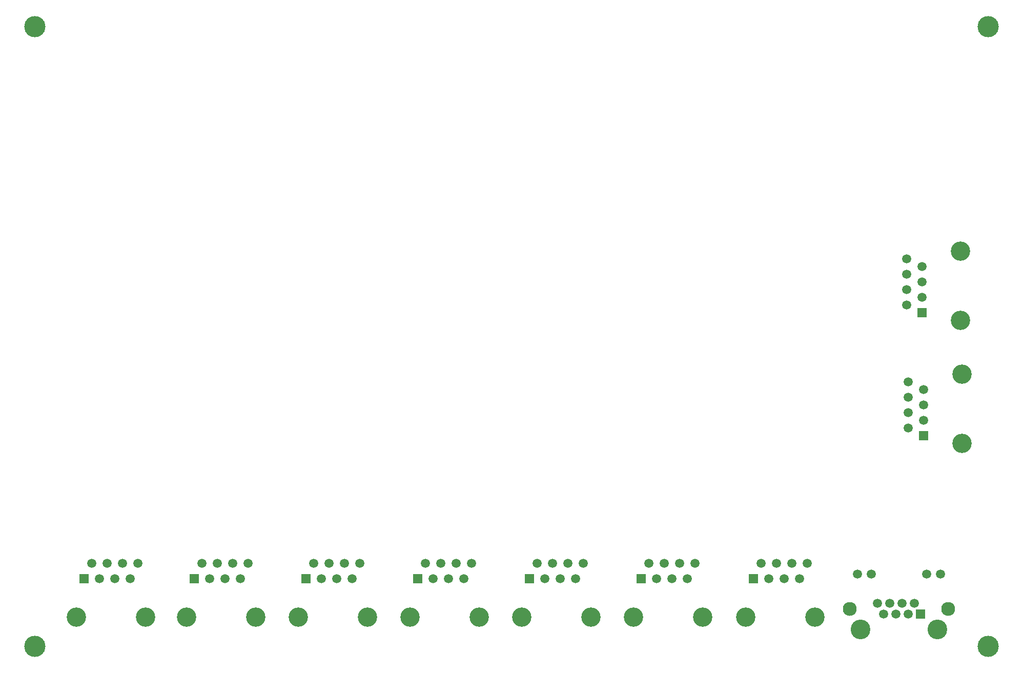
<source format=gbr>
%TF.GenerationSoftware,KiCad,Pcbnew,7.0.9*%
%TF.CreationDate,2024-04-09T00:56:21-04:00*%
%TF.ProjectId,WIRED-I2C-Shield-revA4,57495245-442d-4493-9243-2d536869656c,RevA4*%
%TF.SameCoordinates,Original*%
%TF.FileFunction,Soldermask,Bot*%
%TF.FilePolarity,Negative*%
%FSLAX46Y46*%
G04 Gerber Fmt 4.6, Leading zero omitted, Abs format (unit mm)*
G04 Created by KiCad (PCBNEW 7.0.9) date 2024-04-09 00:56:21*
%MOMM*%
%LPD*%
G01*
G04 APERTURE LIST*
%ADD10C,3.200000*%
%ADD11R,1.500000X1.500000*%
%ADD12C,1.500000*%
%ADD13C,3.500000*%
%ADD14C,3.250000*%
%ADD15C,2.300000*%
G04 APERTURE END LIST*
D10*
%TO.C,J10*%
X225532000Y-65242500D03*
X225532000Y-76672500D03*
D11*
X219182000Y-75402500D03*
D12*
X216642000Y-74132500D03*
X219182000Y-72862500D03*
X216642000Y-71592500D03*
X219182000Y-70322500D03*
X216642000Y-69052500D03*
X219182000Y-67782500D03*
X216642000Y-66512500D03*
%TD*%
D10*
%TO.C,J9*%
X225786000Y-85562500D03*
X225786000Y-96992500D03*
D11*
X219436000Y-95722500D03*
D12*
X216896000Y-94452500D03*
X219436000Y-93182500D03*
X216896000Y-91912500D03*
X219436000Y-90642500D03*
X216896000Y-89372500D03*
X219436000Y-88102500D03*
X216896000Y-86832500D03*
%TD*%
D10*
%TO.C,J7*%
X201457500Y-125710000D03*
X190027500Y-125710000D03*
D11*
X191297500Y-119360000D03*
D12*
X192567500Y-116820000D03*
X193837500Y-119360000D03*
X195107500Y-116820000D03*
X196377500Y-119360000D03*
X197647500Y-116820000D03*
X198917500Y-119360000D03*
X200187500Y-116820000D03*
%TD*%
D10*
%TO.C,J6*%
X182988100Y-125710000D03*
X171558100Y-125710000D03*
D11*
X172828100Y-119360000D03*
D12*
X174098100Y-116820000D03*
X175368100Y-119360000D03*
X176638100Y-116820000D03*
X177908100Y-119360000D03*
X179178100Y-116820000D03*
X180448100Y-119360000D03*
X181718100Y-116820000D03*
%TD*%
D10*
%TO.C,J5*%
X164518600Y-125710000D03*
X153088600Y-125710000D03*
D11*
X154358600Y-119360000D03*
D12*
X155628600Y-116820000D03*
X156898600Y-119360000D03*
X158168600Y-116820000D03*
X159438600Y-119360000D03*
X160708600Y-116820000D03*
X161978600Y-119360000D03*
X163248600Y-116820000D03*
%TD*%
D10*
%TO.C,J4*%
X146049200Y-125710000D03*
X134619200Y-125710000D03*
D11*
X135889200Y-119360000D03*
D12*
X137159200Y-116820000D03*
X138429200Y-119360000D03*
X139699200Y-116820000D03*
X140969200Y-119360000D03*
X142239200Y-116820000D03*
X143509200Y-119360000D03*
X144779200Y-116820000D03*
%TD*%
D10*
%TO.C,J3*%
X127579800Y-125710000D03*
X116149800Y-125710000D03*
D11*
X117419800Y-119360000D03*
D12*
X118689800Y-116820000D03*
X119959800Y-119360000D03*
X121229800Y-116820000D03*
X122499800Y-119360000D03*
X123769800Y-116820000D03*
X125039800Y-119360000D03*
X126309800Y-116820000D03*
%TD*%
D10*
%TO.C,J2*%
X109110300Y-125710000D03*
X97680300Y-125710000D03*
D11*
X98950300Y-119360000D03*
D12*
X100220300Y-116820000D03*
X101490300Y-119360000D03*
X102760300Y-116820000D03*
X104030300Y-119360000D03*
X105300300Y-116820000D03*
X106570300Y-119360000D03*
X107840300Y-116820000D03*
%TD*%
D10*
%TO.C,J1*%
X90931200Y-125710000D03*
X79501200Y-125710000D03*
D11*
X80771200Y-119360000D03*
D12*
X82041200Y-116820000D03*
X83311200Y-119360000D03*
X84581200Y-116820000D03*
X85851200Y-119360000D03*
X87121200Y-116820000D03*
X88391200Y-119360000D03*
X89661200Y-116820000D03*
%TD*%
D13*
%TO.C,H4*%
X72644000Y-130556000D03*
%TD*%
D14*
%TO.C,J8*%
X221744000Y-127758000D03*
X209044000Y-127758000D03*
D11*
X218954000Y-125218000D03*
D12*
X217938000Y-123438000D03*
X216922000Y-125218000D03*
X215906000Y-123438000D03*
X214890000Y-125218000D03*
X213874000Y-123438000D03*
X212858000Y-125218000D03*
X211842000Y-123438000D03*
X222254000Y-118618000D03*
X219964000Y-118618000D03*
X210824000Y-118618000D03*
X208534000Y-118618000D03*
D15*
X223524000Y-124328000D03*
X207264000Y-124328000D03*
%TD*%
D13*
%TO.C,H2*%
X230124000Y-28194000D03*
%TD*%
%TO.C,H3*%
X230124000Y-130556000D03*
%TD*%
%TO.C,H1*%
X72644000Y-28194000D03*
%TD*%
M02*

</source>
